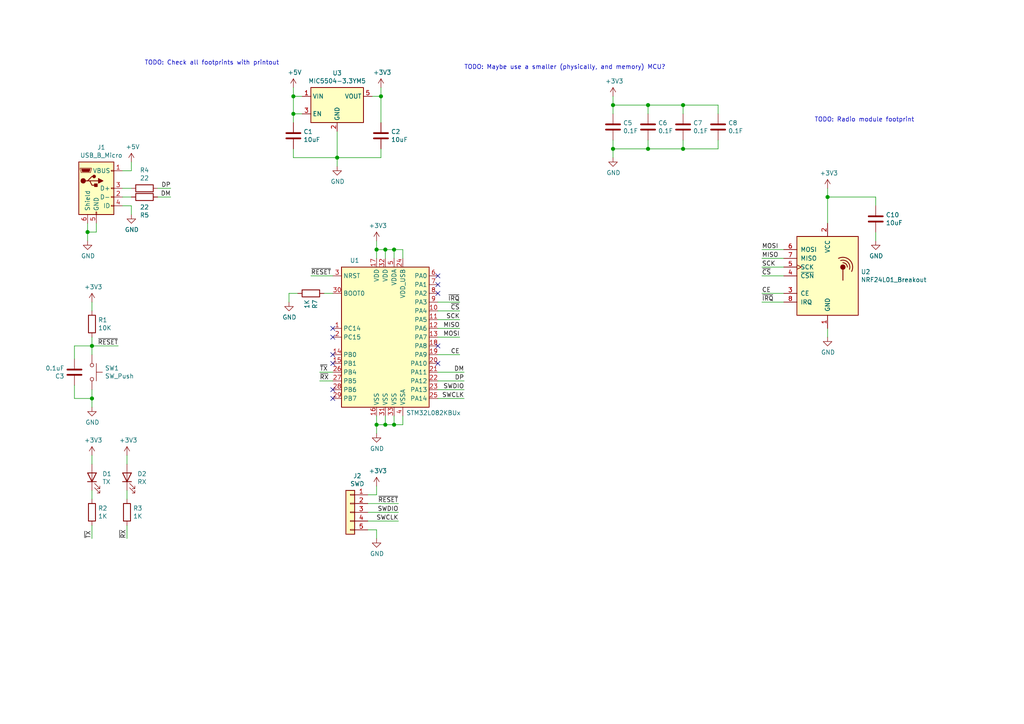
<source format=kicad_sch>
(kicad_sch (version 20201015) (generator eeschema)
  (paper "A4")
  (lib_symbols
    (symbol "Connector:USB_B_Micro" (pin_names (offset 1.016))
      (property "Reference" "J" (at -5.08 11.43 0))
      (property "Value" "USB_B_Micro" (at -5.08 8.89 0))
      (symbol "USB_B_Micro_0_1"
        (circle (center -3.81 2.159) (radius 0.635) (stroke (width 0.254)) (fill (type outline)))
        (circle (center -0.635 3.429) (radius 0.381) (stroke (width 0.254)) (fill (type outline)))
        (rectangle (start -5.08 -7.62) (end 5.08 7.62) (stroke (width 0.254)) (fill (type background)))
        (rectangle (start -0.127 -7.62) (end 0.127 -6.858))
        (rectangle (start 0.254 1.27) (end -0.508 0.508) (stroke (width 0.254)) (fill (type outline)))
        (rectangle (start 5.08 -5.207) (end 4.318 -4.953))
        (rectangle (start 5.08 -2.667) (end 4.318 -2.413))
        (rectangle (start 5.08 -0.127) (end 4.318 0.127))
        (rectangle (start 5.08 4.953) (end 4.318 5.207))
        (polyline (pts (xy -1.905 2.159) (xy 0.635 2.159)) (stroke (width 0.254)))
        (polyline (pts (xy -3.175 2.159) (xy -2.54 2.159) (xy -1.27 3.429) (xy -0.635 3.429)) (stroke (width 0.254)))
        (polyline (pts (xy -2.54 2.159) (xy -1.905 2.159) (xy -1.27 0.889) (xy 0 0.889)) (stroke (width 0.254)))
        (polyline (pts (xy 0.635 2.794) (xy 0.635 1.524) (xy 1.905 2.159) (xy 0.635 2.794)) (stroke (width 0.254)) (fill (type outline)))
        (polyline (pts (xy -4.318 5.588) (xy -1.778 5.588) (xy -2.032 4.826) (xy -4.064 4.826) (xy -4.318 5.588)) (fill (type outline)))
        (polyline (pts (xy -4.699 5.842) (xy -4.699 5.588) (xy -4.445 4.826) (xy -4.445 4.572) (xy -1.651 4.572) (xy -1.651 4.826) (xy -1.397 5.588) (xy -1.397 5.842) (xy -4.699 5.842)))
      )
      (symbol "USB_B_Micro_1_1"
        (pin power_out line (at 7.62 5.08 180) (length 2.54) (name "VBUS") (number "1"))
        (pin bidirectional line (at 7.62 -2.54 180) (length 2.54) (name "D-") (number "2"))
        (pin bidirectional line (at 7.62 0 180) (length 2.54) (name "D+") (number "3"))
        (pin passive line (at 7.62 -5.08 180) (length 2.54) (name "ID") (number "4"))
        (pin power_out line (at 0 -10.16 90) (length 2.54) (name "GND") (number "5"))
        (pin passive line (at -2.54 -10.16 90) (length 2.54) (name "Shield") (number "6"))
      )
    )
    (symbol "Connector_Generic:Conn_01x05" (pin_names (offset 1.016) hide)
      (property "Reference" "J" (at 0 7.62 0))
      (property "Value" "Conn_01x05" (at 0 -7.62 0))
      (symbol "Conn_01x05_1_1"
        (rectangle (start -1.27 -4.953) (end 0 -5.207) (stroke (width 0.1524)))
        (rectangle (start -1.27 -2.413) (end 0 -2.667) (stroke (width 0.1524)))
        (rectangle (start -1.27 2.667) (end 0 2.413) (stroke (width 0.1524)))
        (rectangle (start -1.27 5.207) (end 0 4.953) (stroke (width 0.1524)))
        (rectangle (start -1.27 6.35) (end 1.27 -6.35) (stroke (width 0.254)) (fill (type background)))
        (rectangle (start -1.27 0.127) (end 0 -0.127) (stroke (width 0.1524)))
        (pin passive line (at -5.08 5.08 0) (length 3.81) (name "Pin_1") (number "1"))
        (pin passive line (at -5.08 2.54 0) (length 3.81) (name "Pin_2") (number "2"))
        (pin passive line (at -5.08 0 0) (length 3.81) (name "Pin_3") (number "3"))
        (pin passive line (at -5.08 -2.54 0) (length 3.81) (name "Pin_4") (number "4"))
        (pin passive line (at -5.08 -5.08 0) (length 3.81) (name "Pin_5") (number "5"))
      )
    )
    (symbol "Device:C" (pin_numbers hide) (pin_names (offset 0.254))
      (property "Reference" "C" (at 0.635 2.54 0))
      (property "Value" "C" (at 0.635 -2.54 0))
      (symbol "C_0_1"
        (polyline (pts (xy -2.032 -0.762) (xy 2.032 -0.762)) (stroke (width 0.508)))
        (polyline (pts (xy -2.032 0.762) (xy 2.032 0.762)) (stroke (width 0.508)))
      )
      (symbol "C_1_1"
        (pin passive line (at 0 3.81 270) (length 2.794) (name "~") (number "1"))
        (pin passive line (at 0 -3.81 90) (length 2.794) (name "~") (number "2"))
      )
    )
    (symbol "Device:LED" (pin_numbers hide) (pin_names (offset 1.016) hide)
      (property "Reference" "D" (at 0 2.54 0))
      (property "Value" "LED" (at 0 -2.54 0))
      (symbol "LED_0_1"
        (polyline (pts (xy -1.27 -1.27) (xy -1.27 1.27)) (stroke (width 0.254)))
        (polyline (pts (xy -1.27 0) (xy 1.27 0)))
        (polyline (pts (xy 1.27 -1.27) (xy 1.27 1.27) (xy -1.27 0) (xy 1.27 -1.27)) (stroke (width 0.254)))
        (polyline (pts (xy -3.048 -0.762) (xy -4.572 -2.286) (xy -3.81 -2.286) (xy -4.572 -2.286) (xy -4.572 -1.524)))
        (polyline (pts (xy -1.778 -0.762) (xy -3.302 -2.286) (xy -2.54 -2.286) (xy -3.302 -2.286) (xy -3.302 -1.524)))
      )
      (symbol "LED_1_1"
        (pin passive line (at -3.81 0 0) (length 2.54) (name "K") (number "1"))
        (pin passive line (at 3.81 0 180) (length 2.54) (name "A") (number "2"))
      )
    )
    (symbol "Device:R" (pin_numbers hide) (pin_names (offset 0))
      (property "Reference" "R" (at 2.032 0 90))
      (property "Value" "R" (at 0 0 90))
      (symbol "R_0_1"
        (rectangle (start -1.016 -2.54) (end 1.016 2.54) (stroke (width 0.254)))
      )
      (symbol "R_1_1"
        (pin passive line (at 0 3.81 270) (length 1.27) (name "~") (number "1"))
        (pin passive line (at 0 -3.81 90) (length 1.27) (name "~") (number "2"))
      )
    )
    (symbol "MCU_ST_STM32L0:STM32L082KBUx"
      (property "Reference" "U" (at -12.7 21.59 0))
      (property "Value" "STM32L082KBUx" (at 7.62 21.59 0))
      (symbol "STM32L082KBUx_0_1"
        (rectangle (start -12.7 -20.32) (end 12.7 20.32) (stroke (width 0.254)) (fill (type background)))
      )
      (symbol "STM32L082KBUx_1_1"
        (pin input line (at -15.24 12.7 0) (length 2.54) (name "BOOT0") (number "30"))
        (pin input line (at -15.24 17.78 0) (length 2.54) (name "NRST") (number "3"))
        (pin bidirectional line (at 15.24 17.78 180) (length 2.54) (name "PA0") (number "6"))
        (pin bidirectional line (at 15.24 15.24 180) (length 2.54) (name "PA1") (number "7"))
        (pin bidirectional line (at 15.24 -7.62 180) (length 2.54) (name "PA10") (number "20"))
        (pin bidirectional line (at 15.24 -10.16 180) (length 2.54) (name "PA11") (number "21"))
        (pin bidirectional line (at 15.24 -12.7 180) (length 2.54) (name "PA12") (number "22"))
        (pin bidirectional line (at 15.24 -15.24 180) (length 2.54) (name "PA13") (number "23"))
        (pin bidirectional line (at 15.24 -17.78 180) (length 2.54) (name "PA14") (number "25"))
        (pin bidirectional line (at 15.24 12.7 180) (length 2.54) (name "PA2") (number "8"))
        (pin bidirectional line (at 15.24 10.16 180) (length 2.54) (name "PA3") (number "9"))
        (pin bidirectional line (at 15.24 7.62 180) (length 2.54) (name "PA4") (number "10"))
        (pin bidirectional line (at 15.24 5.08 180) (length 2.54) (name "PA5") (number "11"))
        (pin bidirectional line (at 15.24 2.54 180) (length 2.54) (name "PA6") (number "12"))
        (pin bidirectional line (at 15.24 0 180) (length 2.54) (name "PA7") (number "13"))
        (pin bidirectional line (at 15.24 -2.54 180) (length 2.54) (name "PA8") (number "18"))
        (pin bidirectional line (at 15.24 -5.08 180) (length 2.54) (name "PA9") (number "19"))
        (pin bidirectional line (at -15.24 -5.08 0) (length 2.54) (name "PB0") (number "14"))
        (pin bidirectional line (at -15.24 -7.62 0) (length 2.54) (name "PB1") (number "15"))
        (pin bidirectional line (at -15.24 -10.16 0) (length 2.54) (name "PB4") (number "26"))
        (pin bidirectional line (at -15.24 -12.7 0) (length 2.54) (name "PB5") (number "27"))
        (pin bidirectional line (at -15.24 -15.24 0) (length 2.54) (name "PB6") (number "28"))
        (pin bidirectional line (at -15.24 -17.78 0) (length 2.54) (name "PB7") (number "29"))
        (pin bidirectional line (at -15.24 2.54 0) (length 2.54) (name "PC14") (number "1"))
        (pin bidirectional line (at -15.24 0 0) (length 2.54) (name "PC15") (number "2"))
        (pin power_in line (at -2.54 22.86 270) (length 2.54) (name "VDD") (number "17"))
        (pin power_in line (at 0 22.86 270) (length 2.54) (name "VDD") (number "32"))
        (pin power_in line (at 2.54 22.86 270) (length 2.54) (name "VDDA") (number "5"))
        (pin power_in line (at 5.08 22.86 270) (length 2.54) (name "VDD_USB") (number "24"))
        (pin power_in line (at -2.54 -22.86 90) (length 2.54) (name "VSS") (number "16"))
        (pin power_in line (at 0 -22.86 90) (length 2.54) (name "VSS") (number "31"))
        (pin power_in line (at 2.54 -22.86 90) (length 2.54) (name "VSS") (number "33"))
        (pin power_in line (at 5.08 -22.86 90) (length 2.54) (name "VSSA") (number "4"))
      )
    )
    (symbol "RF:NRF24L01_Breakout" (pin_names (offset 1.016))
      (property "Reference" "U" (at -8.89 12.7 0))
      (property "Value" "NRF24L01_Breakout" (at 3.81 12.7 0))
      (symbol "NRF24L01_Breakout_0_1"
        (arc (start 3.175 5.08) (end 6.985 1.27) (radius (at 4.445 2.54) (length 2.8448) (angles 116.6 -26.6)) (stroke (width 0.254)))
        (arc (start 4.445 3.81) (end 5.715 2.54) (radius (at 4.445 2.5654) (length 1.2446) (angles 90 -1.1)) (stroke (width 0.254)))
        (arc (start 3.81 4.445) (end 6.35 1.905) (radius (at 4.445 2.5654) (length 1.9812) (angles 108.7 -19.1)) (stroke (width 0.254)))
        (circle (center 4.445 2.54) (radius 0.635) (stroke (width 0.254)) (fill (type outline)))
        (rectangle (start -8.89 11.43) (end 8.89 -11.43) (stroke (width 0.254)) (fill (type background)))
        (polyline (pts (xy 4.445 1.905) (xy 4.445 -1.27)) (stroke (width 0.254)))
      )
      (symbol "NRF24L01_Breakout_1_1"
        (pin power_in line (at 0 -15.24 90) (length 3.81) (name "GND") (number "1"))
        (pin power_in line (at 0 15.24 270) (length 3.81) (name "VCC") (number "2"))
        (pin input line (at -12.7 -5.08 0) (length 3.81) (name "CE") (number "3"))
        (pin input line (at -12.7 0 0) (length 3.81) (name "~CSN") (number "4"))
        (pin input clock (at -12.7 2.54 0) (length 3.81) (name "SCK") (number "5"))
        (pin input line (at -12.7 7.62 0) (length 3.81) (name "MOSI") (number "6"))
        (pin output line (at -12.7 5.08 0) (length 3.81) (name "MISO") (number "7"))
        (pin output line (at -12.7 -7.62 0) (length 3.81) (name "IRQ") (number "8"))
      )
    )
    (symbol "Regulator_Linear:MIC5504-3.3YM5"
      (property "Reference" "U" (at -7.62 8.89 0))
      (property "Value" "MIC5504-3.3YM5" (at -7.62 6.35 0))
      (symbol "MIC5504-3.3YM5_0_1"
        (rectangle (start -7.62 -5.08) (end 7.62 5.08) (stroke (width 0.254)) (fill (type background)))
      )
      (symbol "MIC5504-3.3YM5_1_1"
        (pin power_in line (at -10.16 2.54 0) (length 2.54) (name "VIN") (number "1"))
        (pin power_in line (at 0 -7.62 90) (length 2.54) (name "GND") (number "2"))
        (pin input line (at -10.16 -2.54 0) (length 2.54) (name "EN") (number "3"))
        (pin unconnected line (at 7.62 -2.54 180) (length 2.54) hide (name "NC") (number "4"))
        (pin power_out line (at 10.16 2.54 180) (length 2.54) (name "VOUT") (number "5"))
      )
    )
    (symbol "Switch:SW_Push" (pin_numbers hide) (pin_names (offset 1.016) hide)
      (property "Reference" "SW" (at 1.27 2.54 0))
      (property "Value" "SW_Push" (at 0 -1.524 0))
      (symbol "SW_Push_0_1"
        (circle (center -2.032 0) (radius 0.508))
        (circle (center 2.032 0) (radius 0.508))
        (polyline (pts (xy 0 1.27) (xy 0 3.048)))
        (polyline (pts (xy 2.54 1.27) (xy -2.54 1.27)))
        (pin passive line (at -5.08 0 0) (length 2.54) (name "1") (number "1"))
        (pin passive line (at 5.08 0 180) (length 2.54) (name "2") (number "2"))
      )
    )
    (symbol "power:+3.3V" (power) (pin_names (offset 0))
      (property "Value" "+3.3V" (at 0 3.556 0))
      (symbol "+3.3V_0_1"
        (polyline (pts (xy -0.762 1.27) (xy 0 2.54)))
        (polyline (pts (xy 0 0) (xy 0 2.54)))
        (polyline (pts (xy 0 2.54) (xy 0.762 1.27)))
      )
      (symbol "+3.3V_1_1"
        (pin power_in line (at 0 0 90) (length 0) hide (name "+3V3") (number "1"))
      )
    )
    (symbol "power:+5V" (power) (pin_names (offset 0))
      (property "Value" "+5V" (at 0 3.556 0))
      (symbol "+5V_0_1"
        (polyline (pts (xy -0.762 1.27) (xy 0 2.54)))
        (polyline (pts (xy 0 0) (xy 0 2.54)))
        (polyline (pts (xy 0 2.54) (xy 0.762 1.27)))
      )
      (symbol "+5V_1_1"
        (pin power_in line (at 0 0 90) (length 0) hide (name "+5V") (number "1"))
      )
    )
    (symbol "power:GND" (power) (pin_names (offset 0))
      (property "Value" "GND" (at 0 -3.81 0))
      (symbol "GND_0_1"
        (polyline (pts (xy 0 0) (xy 0 -1.27) (xy 1.27 -1.27) (xy 0 -2.54) (xy -1.27 -1.27) (xy 0 -1.27)))
      )
      (symbol "GND_1_1"
        (pin power_in line (at 0 0 270) (length 0) hide (name "GND") (number "1"))
      )
    )
  )
  (junction (at 25.4 67.31) (diameter 1.016))
  (junction (at 26.67 100.33) (diameter 1.016))
  (junction (at 26.67 115.57) (diameter 1.016))
  (junction (at 85.09 27.94) (diameter 1.016))
  (junction (at 85.09 33.02) (diameter 1.016))
  (junction (at 97.79 45.72) (diameter 1.016))
  (junction (at 109.22 72.39) (diameter 1.016))
  (junction (at 109.22 123.19) (diameter 1.016))
  (junction (at 110.49 27.94) (diameter 1.016))
  (junction (at 111.76 72.39) (diameter 1.016))
  (junction (at 111.76 123.19) (diameter 1.016))
  (junction (at 114.3 72.39) (diameter 1.016))
  (junction (at 114.3 123.19) (diameter 1.016))
  (junction (at 177.8 30.48) (diameter 1.016))
  (junction (at 177.8 43.18) (diameter 1.016))
  (junction (at 187.96 30.48) (diameter 1.016))
  (junction (at 187.96 43.18) (diameter 1.016))
  (junction (at 198.12 30.48) (diameter 1.016))
  (junction (at 198.12 43.18) (diameter 1.016))
  (junction (at 240.03 57.15) (diameter 1.016))
  (no_connect (at 96.52 95.25))
  (no_connect (at 96.52 97.79))
  (no_connect (at 96.52 102.87))
  (no_connect (at 96.52 105.41))
  (no_connect (at 96.52 113.03))
  (no_connect (at 96.52 115.57))
  (no_connect (at 127 80.01))
  (no_connect (at 127 82.55))
  (no_connect (at 127 85.09))
  (no_connect (at 127 100.33))
  (no_connect (at 127 105.41))
  (wire (pts (xy 21.59 100.33) (xy 26.67 100.33)))
  (wire (pts (xy 21.59 104.14) (xy 21.59 100.33)))
  (wire (pts (xy 21.59 111.76) (xy 21.59 115.57)))
  (wire (pts (xy 21.59 115.57) (xy 26.67 115.57)))
  (wire (pts (xy 25.4 64.77) (xy 25.4 67.31)))
  (wire (pts (xy 25.4 67.31) (xy 25.4 69.85)))
  (wire (pts (xy 26.67 87.63) (xy 26.67 90.17)))
  (wire (pts (xy 26.67 97.79) (xy 26.67 100.33)))
  (wire (pts (xy 26.67 100.33) (xy 26.67 102.87)))
  (wire (pts (xy 26.67 100.33) (xy 34.29 100.33)))
  (wire (pts (xy 26.67 113.03) (xy 26.67 115.57)))
  (wire (pts (xy 26.67 115.57) (xy 26.67 118.11)))
  (wire (pts (xy 26.67 132.08) (xy 26.67 134.62)))
  (wire (pts (xy 26.67 142.24) (xy 26.67 144.78)))
  (wire (pts (xy 26.67 152.4) (xy 26.67 156.21)))
  (wire (pts (xy 27.94 64.77) (xy 27.94 67.31)))
  (wire (pts (xy 27.94 67.31) (xy 25.4 67.31)))
  (wire (pts (xy 35.56 49.53) (xy 38.1 49.53)))
  (wire (pts (xy 35.56 57.15) (xy 38.1 57.15)))
  (wire (pts (xy 35.56 59.69) (xy 38.1 59.69)))
  (wire (pts (xy 36.83 132.08) (xy 36.83 134.62)))
  (wire (pts (xy 36.83 142.24) (xy 36.83 144.78)))
  (wire (pts (xy 36.83 152.4) (xy 36.83 156.21)))
  (wire (pts (xy 38.1 49.53) (xy 38.1 46.99)))
  (wire (pts (xy 38.1 54.61) (xy 35.56 54.61)))
  (wire (pts (xy 38.1 59.69) (xy 38.1 62.23)))
  (wire (pts (xy 45.72 54.61) (xy 49.53 54.61)))
  (wire (pts (xy 45.72 57.15) (xy 49.53 57.15)))
  (wire (pts (xy 83.82 85.09) (xy 83.82 87.63)))
  (wire (pts (xy 85.09 27.94) (xy 85.09 25.4)))
  (wire (pts (xy 85.09 27.94) (xy 85.09 33.02)))
  (wire (pts (xy 85.09 33.02) (xy 85.09 35.56)))
  (wire (pts (xy 85.09 33.02) (xy 87.63 33.02)))
  (wire (pts (xy 85.09 45.72) (xy 85.09 43.18)))
  (wire (pts (xy 86.36 85.09) (xy 83.82 85.09)))
  (wire (pts (xy 87.63 27.94) (xy 85.09 27.94)))
  (wire (pts (xy 90.17 80.01) (xy 96.52 80.01)))
  (wire (pts (xy 92.71 107.95) (xy 96.52 107.95)))
  (wire (pts (xy 92.71 110.49) (xy 96.52 110.49)))
  (wire (pts (xy 93.98 85.09) (xy 96.52 85.09)))
  (wire (pts (xy 97.79 45.72) (xy 85.09 45.72)))
  (wire (pts (xy 97.79 45.72) (xy 97.79 38.1)))
  (wire (pts (xy 97.79 45.72) (xy 110.49 45.72)))
  (wire (pts (xy 97.79 48.26) (xy 97.79 45.72)))
  (wire (pts (xy 106.68 143.51) (xy 109.22 143.51)))
  (wire (pts (xy 106.68 146.05) (xy 115.57 146.05)))
  (wire (pts (xy 106.68 151.13) (xy 115.57 151.13)))
  (wire (pts (xy 109.22 69.85) (xy 109.22 72.39)))
  (wire (pts (xy 109.22 72.39) (xy 109.22 74.93)))
  (wire (pts (xy 109.22 72.39) (xy 111.76 72.39)))
  (wire (pts (xy 109.22 120.65) (xy 109.22 123.19)))
  (wire (pts (xy 109.22 125.73) (xy 109.22 123.19)))
  (wire (pts (xy 109.22 143.51) (xy 109.22 140.97)))
  (wire (pts (xy 109.22 153.67) (xy 106.68 153.67)))
  (wire (pts (xy 109.22 156.21) (xy 109.22 153.67)))
  (wire (pts (xy 110.49 25.4) (xy 110.49 27.94)))
  (wire (pts (xy 110.49 27.94) (xy 107.95 27.94)))
  (wire (pts (xy 110.49 35.56) (xy 110.49 27.94)))
  (wire (pts (xy 110.49 43.18) (xy 110.49 45.72)))
  (wire (pts (xy 111.76 72.39) (xy 114.3 72.39)))
  (wire (pts (xy 111.76 74.93) (xy 111.76 72.39)))
  (wire (pts (xy 111.76 123.19) (xy 109.22 123.19)))
  (wire (pts (xy 111.76 123.19) (xy 111.76 120.65)))
  (wire (pts (xy 111.76 123.19) (xy 114.3 123.19)))
  (wire (pts (xy 114.3 74.93) (xy 114.3 72.39)))
  (wire (pts (xy 114.3 120.65) (xy 114.3 123.19)))
  (wire (pts (xy 114.3 123.19) (xy 116.84 123.19)))
  (wire (pts (xy 115.57 148.59) (xy 106.68 148.59)))
  (wire (pts (xy 116.84 72.39) (xy 114.3 72.39)))
  (wire (pts (xy 116.84 74.93) (xy 116.84 72.39)))
  (wire (pts (xy 116.84 123.19) (xy 116.84 120.65)))
  (wire (pts (xy 127 87.63) (xy 133.35 87.63)))
  (wire (pts (xy 127 90.17) (xy 133.35 90.17)))
  (wire (pts (xy 127 92.71) (xy 133.35 92.71)))
  (wire (pts (xy 127 95.25) (xy 133.35 95.25)))
  (wire (pts (xy 127 97.79) (xy 133.35 97.79)))
  (wire (pts (xy 127 102.87) (xy 133.35 102.87)))
  (wire (pts (xy 127 107.95) (xy 134.62 107.95)))
  (wire (pts (xy 127 110.49) (xy 134.62 110.49)))
  (wire (pts (xy 127 113.03) (xy 134.62 113.03)))
  (wire (pts (xy 127 115.57) (xy 134.62 115.57)))
  (wire (pts (xy 177.8 27.94) (xy 177.8 30.48)))
  (wire (pts (xy 177.8 30.48) (xy 177.8 33.02)))
  (wire (pts (xy 177.8 30.48) (xy 187.96 30.48)))
  (wire (pts (xy 177.8 43.18) (xy 177.8 40.64)))
  (wire (pts (xy 177.8 43.18) (xy 187.96 43.18)))
  (wire (pts (xy 177.8 45.72) (xy 177.8 43.18)))
  (wire (pts (xy 187.96 30.48) (xy 198.12 30.48)))
  (wire (pts (xy 187.96 33.02) (xy 187.96 30.48)))
  (wire (pts (xy 187.96 40.64) (xy 187.96 43.18)))
  (wire (pts (xy 187.96 43.18) (xy 198.12 43.18)))
  (wire (pts (xy 198.12 30.48) (xy 208.28 30.48)))
  (wire (pts (xy 198.12 33.02) (xy 198.12 30.48)))
  (wire (pts (xy 198.12 40.64) (xy 198.12 43.18)))
  (wire (pts (xy 198.12 43.18) (xy 208.28 43.18)))
  (wire (pts (xy 208.28 33.02) (xy 208.28 30.48)))
  (wire (pts (xy 208.28 40.64) (xy 208.28 43.18)))
  (wire (pts (xy 220.98 72.39) (xy 227.33 72.39)))
  (wire (pts (xy 220.98 74.93) (xy 227.33 74.93)))
  (wire (pts (xy 220.98 77.47) (xy 227.33 77.47)))
  (wire (pts (xy 220.98 80.01) (xy 227.33 80.01)))
  (wire (pts (xy 220.98 85.09) (xy 227.33 85.09)))
  (wire (pts (xy 220.98 87.63) (xy 227.33 87.63)))
  (wire (pts (xy 240.03 57.15) (xy 240.03 54.61)))
  (wire (pts (xy 240.03 64.77) (xy 240.03 57.15)))
  (wire (pts (xy 240.03 97.79) (xy 240.03 95.25)))
  (wire (pts (xy 254 57.15) (xy 240.03 57.15)))
  (wire (pts (xy 254 59.69) (xy 254 57.15)))
  (wire (pts (xy 254 67.31) (xy 254 69.85)))
  (text "TODO: Check all footprints with printout" (at 41.91 19.05 0) (effects (font (size 1.27 1.27)) (justify left bottom)))
  (text "TODO: Maybe use a smaller (physically, and memory) MCU?" (at 134.62 20.32 0) (effects (font (size 1.27 1.27)) (justify left bottom)))
  (text "TODO: Radio module footprint" (at 236.22 35.56 0) (effects (font (size 1.27 1.27)) (justify left bottom)))
  (label "~TX" (at 26.67 156.21 90))
  (label "~RESET" (at 34.29 100.33 180))
  (label "~RX" (at 36.83 156.21 90))
  (label "DP" (at 49.53 54.61 180))
  (label "DM" (at 49.53 57.15 180))
  (label "~RESET" (at 90.17 80.01 0))
  (label "~TX" (at 92.71 107.95 0))
  (label "~RX" (at 92.71 110.49 0))
  (label "~RESET" (at 115.57 146.05 180))
  (label "SWDIO" (at 115.57 148.59 180))
  (label "SWCLK" (at 115.57 151.13 180))
  (label "~IRQ" (at 133.35 87.63 180))
  (label "~CS" (at 133.35 90.17 180))
  (label "SCK" (at 133.35 92.71 180))
  (label "MISO" (at 133.35 95.25 180))
  (label "MOSI" (at 133.35 97.79 180))
  (label "CE" (at 133.35 102.87 180))
  (label "DM" (at 134.62 107.95 180))
  (label "DP" (at 134.62 110.49 180))
  (label "SWDIO" (at 134.62 113.03 180))
  (label "SWCLK" (at 134.62 115.57 180))
  (label "MOSI" (at 220.98 72.39 0))
  (label "MISO" (at 220.98 74.93 0))
  (label "SCK" (at 220.98 77.47 0))
  (label "~CS" (at 220.98 80.01 0))
  (label "CE" (at 220.98 85.09 0))
  (label "~IRQ" (at 220.98 87.63 0))
  (symbol (lib_id "power:+3.3V") (at 26.67 87.63 0) (unit 1)
    (property "Reference" "#PWR0109" (effects hide))
    (property "Value" "+3.3V" (at 27.051 83.2358 0))
  )
  (symbol (lib_id "power:+3.3V") (at 26.67 132.08 0) (unit 1)
    (property "Reference" "#PWR0106" (effects hide))
    (property "Value" "+3.3V" (at 27.051 127.6858 0))
  )
  (symbol (lib_id "power:+3.3V") (at 36.83 132.08 0) (unit 1)
    (property "Reference" "#PWR0107" (effects hide))
    (property "Value" "+3.3V" (at 37.211 127.6858 0))
  )
  (symbol (lib_id "power:+5V") (at 38.1 46.99 0) (unit 1)
    (property "Reference" "#PWR0111" (effects hide))
    (property "Value" "+5V" (at 38.481 42.5958 0))
  )
  (symbol (lib_id "power:+5V") (at 85.09 25.4 0) (unit 1)
    (property "Reference" "#PWR0110" (effects hide))
    (property "Value" "+5V" (at 85.471 21.0058 0))
  )
  (symbol (lib_id "power:+3.3V") (at 109.22 69.85 0) (unit 1)
    (property "Reference" "#PWR0115" (effects hide))
    (property "Value" "+3.3V" (at 109.601 65.4558 0))
  )
  (symbol (lib_id "power:+3.3V") (at 109.22 140.97 0) (unit 1)
    (property "Reference" "#PWR0118" (effects hide))
    (property "Value" "+3.3V" (at 109.601 136.5758 0))
  )
  (symbol (lib_id "power:+3.3V") (at 110.49 25.4 0) (unit 1)
    (property "Reference" "#PWR0105" (effects hide))
    (property "Value" "+3.3V" (at 110.871 21.0058 0))
  )
  (symbol (lib_id "power:+3.3V") (at 177.8 27.94 0) (unit 1)
    (property "Reference" "#PWR0116" (effects hide))
    (property "Value" "+3.3V" (at 178.181 23.5458 0))
  )
  (symbol (lib_id "power:+3.3V") (at 240.03 54.61 0) (unit 1)
    (property "Reference" "#PWR0121" (effects hide))
    (property "Value" "+3.3V" (at 240.411 50.2158 0))
  )
  (symbol (lib_id "power:GND") (at 25.4 69.85 0) (unit 1)
    (property "Reference" "#PWR0101" (effects hide))
    (property "Value" "GND" (at 25.527 74.2442 0))
  )
  (symbol (lib_id "power:GND") (at 26.67 118.11 0) (unit 1)
    (property "Reference" "#PWR0108" (effects hide))
    (property "Value" "GND" (at 26.797 122.5042 0))
  )
  (symbol (lib_id "power:GND") (at 38.1 62.23 0) (unit 1)
    (property "Reference" "#PWR0112" (effects hide))
    (property "Value" "GND" (at 38.227 66.6242 0))
  )
  (symbol (lib_id "power:GND") (at 83.82 87.63 0) (unit 1)
    (property "Reference" "#PWR0119" (effects hide))
    (property "Value" "GND" (at 83.947 92.0242 0))
  )
  (symbol (lib_id "power:GND") (at 97.79 48.26 0) (unit 1)
    (property "Reference" "#PWR0104" (effects hide))
    (property "Value" "GND" (at 97.917 52.6542 0))
  )
  (symbol (lib_id "power:GND") (at 109.22 125.73 0) (unit 1)
    (property "Reference" "#PWR0102" (effects hide))
    (property "Value" "GND" (at 109.347 130.1242 0))
  )
  (symbol (lib_id "power:GND") (at 109.22 156.21 0) (unit 1)
    (property "Reference" "#PWR0114" (effects hide))
    (property "Value" "GND" (at 109.347 160.6042 0))
  )
  (symbol (lib_id "power:GND") (at 177.8 45.72 0) (unit 1)
    (property "Reference" "#PWR0117" (effects hide))
    (property "Value" "GND" (at 177.927 50.1142 0))
  )
  (symbol (lib_id "power:GND") (at 240.03 97.79 0) (unit 1)
    (property "Reference" "#PWR0103" (effects hide))
    (property "Value" "GND" (at 240.157 102.1842 0))
  )
  (symbol (lib_id "power:GND") (at 254 69.85 0) (unit 1)
    (property "Reference" "#PWR0120" (effects hide))
    (property "Value" "GND" (at 254.127 74.2442 0))
  )
  (symbol (lib_id "Device:R") (at 26.67 93.98 0) (unit 1)
    (property "Reference" "R1" (at 28.448 92.8116 0) (effects (justify left)))
    (property "Value" "10K" (at 28.448 95.123 0) (effects (justify left)))
    (property "Footprint" "Resistor_SMD:R_0603_1608Metric" (effects hide))
  )
  (symbol (lib_id "Device:R") (at 26.67 148.59 0) (unit 1)
    (property "Reference" "R2" (at 28.448 147.4216 0) (effects (justify left)))
    (property "Value" "1K" (at 28.448 149.733 0) (effects (justify left)))
    (property "Footprint" "Resistor_SMD:R_0603_1608Metric" (effects hide))
  )
  (symbol (lib_id "Device:R") (at 36.83 148.59 0) (unit 1)
    (property "Reference" "R3" (at 38.608 147.4216 0) (effects (justify left)))
    (property "Value" "1K" (at 38.608 149.733 0) (effects (justify left)))
    (property "Footprint" "Resistor_SMD:R_0603_1608Metric" (effects hide))
  )
  (symbol (lib_id "Device:R") (at 41.91 54.61 270) (unit 1)
    (property "Reference" "R4" (at 41.91 49.3522 90))
    (property "Value" "22" (at 41.91 51.664 90))
    (property "Footprint" "Resistor_SMD:R_0603_1608Metric" (effects hide))
  )
  (symbol (lib_id "Device:R") (at 41.91 57.15 270) (unit 1)
    (property "Reference" "R5" (at 41.91 62.4078 90))
    (property "Value" "22" (at 41.91 60.096 90))
    (property "Footprint" "Resistor_SMD:R_0603_1608Metric" (effects hide))
  )
  (symbol (lib_id "Device:R") (at 90.17 85.09 270) (unit 1)
    (property "Reference" "R7" (at 91.3384 86.868 0) (effects (justify left)))
    (property "Value" "1K" (at 89.027 86.868 0) (effects (justify left)))
    (property "Footprint" "Resistor_SMD:R_0603_1608Metric" (effects hide))
  )
  (symbol (lib_id "Device:LED") (at 26.67 138.43 90) (unit 1)
    (property "Reference" "D1" (at 29.6672 137.4394 90) (effects (justify right)))
    (property "Value" "TX" (at 29.6672 139.7508 90) (effects (justify right)))
    (property "Footprint" "LED_SMD:LED_0603_1608Metric" (effects hide))
  )
  (symbol (lib_id "Device:LED") (at 36.83 138.43 90) (unit 1)
    (property "Reference" "D2" (at 39.8272 137.4394 90) (effects (justify right)))
    (property "Value" "RX" (at 39.8272 139.7508 90) (effects (justify right)))
    (property "Footprint" "LED_SMD:LED_0603_1608Metric" (effects hide))
  )
  (symbol (lib_id "Device:C") (at 21.59 107.95 180) (unit 1)
    (property "Reference" "C3" (at 18.669 109.1184 0) (effects (justify left)))
    (property "Value" "0.1uF" (at 18.669 106.807 0) (effects (justify left)))
    (property "Footprint" "Capacitor_SMD:C_0603_1608Metric" (effects hide))
  )
  (symbol (lib_id "Device:C") (at 85.09 39.37 0) (unit 1)
    (property "Reference" "C1" (at 88.011 38.2016 0) (effects (justify left)))
    (property "Value" "10uF" (at 88.011 40.513 0) (effects (justify left)))
    (property "Footprint" "Capacitor_SMD:C_0805_2012Metric" (effects hide))
  )
  (symbol (lib_id "Device:C") (at 110.49 39.37 0) (unit 1)
    (property "Reference" "C2" (at 113.411 38.2016 0) (effects (justify left)))
    (property "Value" "10uF" (at 113.411 40.513 0) (effects (justify left)))
    (property "Footprint" "Capacitor_SMD:C_0805_2012Metric" (effects hide))
  )
  (symbol (lib_id "Device:C") (at 177.8 36.83 0) (unit 1)
    (property "Reference" "C5" (at 180.721 35.6616 0) (effects (justify left)))
    (property "Value" "0.1F" (at 180.721 37.973 0) (effects (justify left)))
    (property "Footprint" "Capacitor_SMD:C_0603_1608Metric" (effects hide))
  )
  (symbol (lib_id "Device:C") (at 187.96 36.83 0) (unit 1)
    (property "Reference" "C6" (at 190.881 35.6616 0) (effects (justify left)))
    (property "Value" "0.1F" (at 190.881 37.973 0) (effects (justify left)))
    (property "Footprint" "Capacitor_SMD:C_0603_1608Metric" (effects hide))
  )
  (symbol (lib_id "Device:C") (at 198.12 36.83 0) (unit 1)
    (property "Reference" "C7" (at 201.041 35.6616 0) (effects (justify left)))
    (property "Value" "0.1F" (at 201.041 37.973 0) (effects (justify left)))
    (property "Footprint" "Capacitor_SMD:C_0603_1608Metric" (effects hide))
  )
  (symbol (lib_id "Device:C") (at 208.28 36.83 0) (unit 1)
    (property "Reference" "C8" (at 211.201 35.6616 0) (effects (justify left)))
    (property "Value" "0.1F" (at 211.201 37.973 0) (effects (justify left)))
    (property "Footprint" "Capacitor_SMD:C_0603_1608Metric" (effects hide))
  )
  (symbol (lib_id "Device:C") (at 254 63.5 0) (unit 1)
    (property "Reference" "C10" (at 256.921 62.3316 0) (effects (justify left)))
    (property "Value" "10uF" (at 256.921 64.643 0) (effects (justify left)))
    (property "Footprint" "Capacitor_SMD:C_0805_2012Metric" (effects hide))
  )
  (symbol (lib_id "Switch:SW_Push") (at 26.67 107.95 270) (unit 1)
    (property "Reference" "SW1" (at 30.4292 106.7816 90) (effects (justify left)))
    (property "Value" "SW_Push" (at 30.4292 109.093 90) (effects (justify left)))
    (property "Footprint" "Button_Switch_SMD:SW_Push_1P1T_NO_6x6mm_H9.5mm" (effects hide))
  )
  (symbol (lib_id "Connector_Generic:Conn_01x05") (at 101.6 148.59 0) (mirror y) (unit 1)
    (property "Reference" "J2" (at 103.632 138.0298 0))
    (property "Value" "SWD" (at 103.632 140.329 0))
    (property "Footprint" "Connector_PinHeader_2.54mm:PinHeader_1x05_P2.54mm_Vertical" (effects hide))
  )
  (symbol (lib_id "Connector:USB_B_Micro") (at 27.94 54.61 0) (unit 1)
    (property "Reference" "J1" (at 29.3878 42.7482 0))
    (property "Value" "USB_B_Micro" (at 29.3878 45.0596 0))
    (property "Footprint" "Connector_USB:USB_Micro-B_Amphenol_10104110_Horizontal" (effects hide))
  )
  (symbol (lib_id "Regulator_Linear:MIC5504-3.3YM5") (at 97.79 30.48 0) (unit 1)
    (property "Reference" "U3" (at 97.79 21.19 0))
    (property "Value" "MIC5504-3.3YM5" (at 97.79 23.4885 0))
    (property "Footprint" "Package_TO_SOT_SMD:SOT-23-5" (effects hide))
    (property "Datasheet" "http://ww1.microchip.com/downloads/en/DeviceDoc/MIC550X.pdf" (effects hide))
  )
  (symbol (lib_id "RF:NRF24L01_Breakout") (at 240.03 80.01 0) (unit 1)
    (property "Reference" "U2" (at 249.682 78.8416 0) (effects (justify left)))
    (property "Value" "NRF24L01_Breakout" (at 249.682 81.153 0) (effects (justify left)))
    (property "Footprint" "NRF24L01_PA_Breakout:NRF24L01_PA_Breakout_SMD" (effects hide))
    (property "Datasheet" "http://www.nordicsemi.com/eng/content/download/2730/34105/file/nRF24L01_Product_Specification_v2_0.pdf" (effects hide))
  )
  (symbol (lib_id "MCU_ST_STM32L0:STM32L082KBUx") (at 111.76 97.79 0) (unit 1)
    (property "Reference" "U1" (at 102.87 75.5458 0))
    (property "Value" "STM32L082KBUx" (at 125.73 119.7545 0))
    (property "Footprint" "Package_DFN_QFN:QFN-32-1EP_5x5mm_P0.5mm_EP3.45x3.45mm" (effects hide))
    (property "Datasheet" "http://www.st.com/st-web-ui/static/active/en/resource/technical/document/datasheet/DM00141132.pdf" (effects hide))
  )
)
</source>
